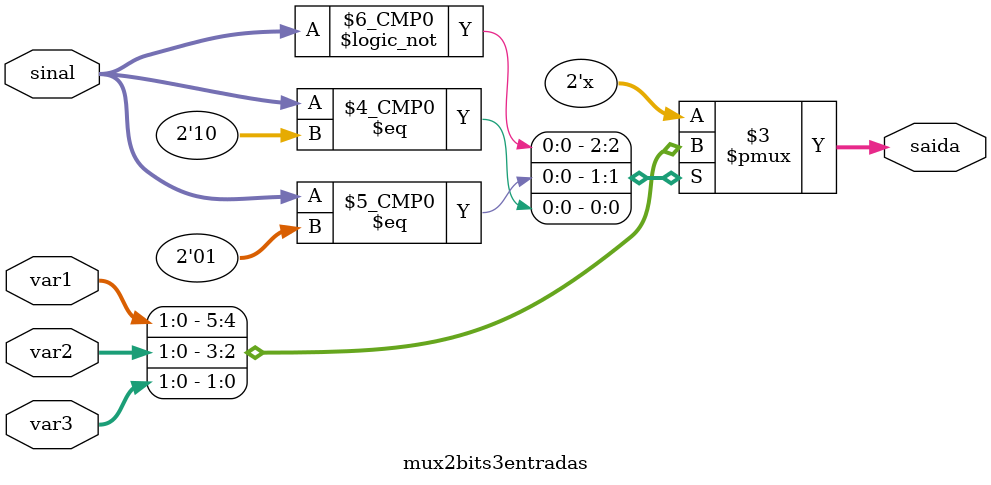
<source format=v>
module mux2bits3entradas(var1, var2, var3, sinal, saida);
input [1:0]sinal;
input[1:0] var1, var2, var3;
output reg[1:0] saida;

always @(*) begin
case(sinal)
2'b00: begin saida = var1; end
2'b01: begin saida = var2; end
2'b10: begin saida = var3; end
endcase
end

endmodule
</source>
